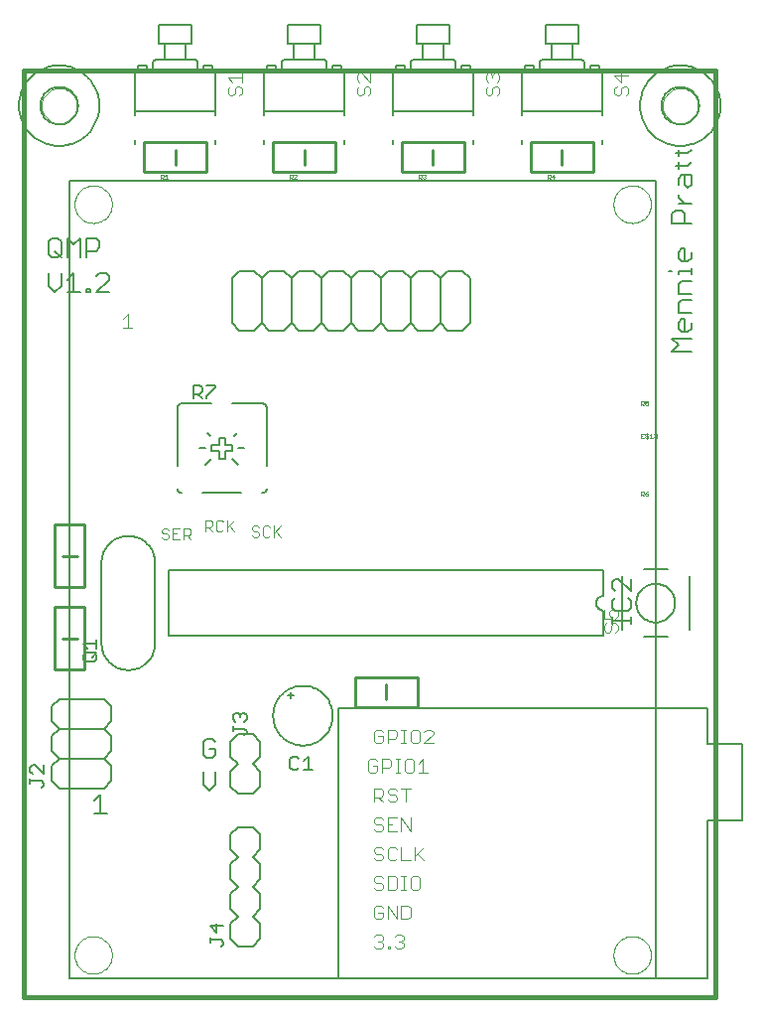
<source format=gto>
G75*
G70*
%OFA0B0*%
%FSLAX24Y24*%
%IPPOS*%
%LPD*%
%AMOC8*
5,1,8,0,0,1.08239X$1,22.5*
%
%ADD10C,0.0030*%
%ADD11C,0.0040*%
%ADD12C,0.0060*%
%ADD13C,0.0160*%
%ADD14C,0.0070*%
%ADD15C,0.0080*%
%ADD16C,0.0050*%
%ADD17C,0.0010*%
%ADD18C,0.0100*%
%ADD19C,0.0000*%
D10*
X005202Y015549D02*
X005140Y015611D01*
X005202Y015549D02*
X005325Y015549D01*
X005387Y015611D01*
X005387Y015673D01*
X005325Y015734D01*
X005202Y015734D01*
X005140Y015796D01*
X005140Y015858D01*
X005202Y015920D01*
X005325Y015920D01*
X005387Y015858D01*
X005509Y015920D02*
X005509Y015549D01*
X005755Y015549D01*
X005877Y015549D02*
X005877Y015920D01*
X006062Y015920D01*
X006124Y015858D01*
X006124Y015734D01*
X006062Y015673D01*
X005877Y015673D01*
X006000Y015673D02*
X006124Y015549D01*
X005755Y015920D02*
X005509Y015920D01*
X005509Y015734D02*
X005632Y015734D01*
X006597Y015825D02*
X006597Y016195D01*
X006782Y016195D01*
X006844Y016134D01*
X006844Y016010D01*
X006782Y015948D01*
X006597Y015948D01*
X006720Y015948D02*
X006844Y015825D01*
X006965Y015887D02*
X007027Y015825D01*
X007150Y015825D01*
X007212Y015887D01*
X007334Y015948D02*
X007580Y016195D01*
X007334Y016195D02*
X007334Y015825D01*
X007395Y016010D02*
X007580Y015825D01*
X007212Y016134D02*
X007150Y016195D01*
X007027Y016195D01*
X006965Y016134D01*
X006965Y015887D01*
X008172Y015875D02*
X008233Y015813D01*
X008357Y015813D01*
X008419Y015752D01*
X008419Y015690D01*
X008357Y015628D01*
X008233Y015628D01*
X008172Y015690D01*
X008172Y015875D02*
X008172Y015937D01*
X008233Y015998D01*
X008357Y015998D01*
X008419Y015937D01*
X008540Y015937D02*
X008540Y015690D01*
X008602Y015628D01*
X008725Y015628D01*
X008787Y015690D01*
X008908Y015752D02*
X009155Y015998D01*
X008908Y015998D02*
X008908Y015628D01*
X008970Y015813D02*
X009155Y015628D01*
X008787Y015937D02*
X008725Y015998D01*
X008602Y015998D01*
X008540Y015937D01*
D11*
X004153Y022641D02*
X003846Y022641D01*
X003999Y022641D02*
X003999Y023101D01*
X003846Y022948D01*
X007444Y030437D02*
X007367Y030513D01*
X007367Y030667D01*
X007444Y030744D01*
X007521Y030897D02*
X007367Y031051D01*
X007828Y031051D01*
X007828Y031204D02*
X007828Y030897D01*
X007751Y030744D02*
X007828Y030667D01*
X007828Y030513D01*
X007751Y030437D01*
X007597Y030513D02*
X007597Y030667D01*
X007674Y030744D01*
X007751Y030744D01*
X007597Y030513D02*
X007521Y030437D01*
X007444Y030437D01*
X011698Y030513D02*
X011775Y030437D01*
X011851Y030437D01*
X011928Y030513D01*
X011928Y030667D01*
X012005Y030744D01*
X012082Y030744D01*
X012158Y030667D01*
X012158Y030513D01*
X012082Y030437D01*
X011698Y030513D02*
X011698Y030667D01*
X011775Y030744D01*
X011775Y030897D02*
X011698Y030974D01*
X011698Y031127D01*
X011775Y031204D01*
X011851Y031204D01*
X012158Y030897D01*
X012158Y031204D01*
X016029Y031127D02*
X016105Y031204D01*
X016182Y031204D01*
X016259Y031127D01*
X016336Y031204D01*
X016412Y031204D01*
X016489Y031127D01*
X016489Y030974D01*
X016412Y030897D01*
X016412Y030744D02*
X016489Y030667D01*
X016489Y030513D01*
X016412Y030437D01*
X016259Y030513D02*
X016259Y030667D01*
X016336Y030744D01*
X016412Y030744D01*
X016259Y030513D02*
X016182Y030437D01*
X016105Y030437D01*
X016029Y030513D01*
X016029Y030667D01*
X016105Y030744D01*
X016105Y030897D02*
X016029Y030974D01*
X016029Y031127D01*
X016259Y031127D02*
X016259Y031051D01*
X020359Y031127D02*
X020590Y030897D01*
X020590Y031204D01*
X020820Y031127D02*
X020359Y031127D01*
X020436Y030744D02*
X020359Y030667D01*
X020359Y030513D01*
X020436Y030437D01*
X020513Y030437D01*
X020590Y030513D01*
X020590Y030667D01*
X020666Y030744D01*
X020743Y030744D01*
X020820Y030667D01*
X020820Y030513D01*
X020743Y030437D01*
X020393Y013196D02*
X020239Y013196D01*
X020162Y013119D01*
X020162Y013042D01*
X020239Y012889D01*
X020009Y012889D01*
X020009Y013196D01*
X020393Y013196D02*
X020469Y013119D01*
X020469Y012965D01*
X020393Y012889D01*
X020393Y012735D02*
X020316Y012735D01*
X020239Y012659D01*
X020239Y012505D01*
X020162Y012428D01*
X020086Y012428D01*
X020009Y012505D01*
X020009Y012659D01*
X020086Y012735D01*
X020393Y012735D02*
X020469Y012659D01*
X020469Y012505D01*
X020393Y012428D01*
X014266Y009088D02*
X014189Y009164D01*
X014036Y009164D01*
X013959Y009088D01*
X013806Y009088D02*
X013806Y008781D01*
X013729Y008704D01*
X013576Y008704D01*
X013499Y008781D01*
X013499Y009088D01*
X013576Y009164D01*
X013729Y009164D01*
X013806Y009088D01*
X013959Y008704D02*
X014266Y009011D01*
X014266Y009088D01*
X014266Y008704D02*
X013959Y008704D01*
X013916Y008180D02*
X013762Y008027D01*
X013609Y008103D02*
X013609Y007796D01*
X013532Y007720D01*
X013379Y007720D01*
X013302Y007796D01*
X013302Y008103D01*
X013379Y008180D01*
X013532Y008180D01*
X013609Y008103D01*
X013762Y007720D02*
X014069Y007720D01*
X013916Y007720D02*
X013916Y008180D01*
X013149Y008180D02*
X012995Y008180D01*
X013072Y008180D02*
X013072Y007720D01*
X012995Y007720D02*
X013149Y007720D01*
X012842Y007950D02*
X012765Y007873D01*
X012535Y007873D01*
X012535Y007720D02*
X012535Y008180D01*
X012765Y008180D01*
X012842Y008103D01*
X012842Y007950D01*
X012381Y007950D02*
X012381Y007796D01*
X012305Y007720D01*
X012151Y007720D01*
X012074Y007796D01*
X012074Y008103D01*
X012151Y008180D01*
X012305Y008180D01*
X012381Y008103D01*
X012381Y007950D02*
X012228Y007950D01*
X012348Y008704D02*
X012501Y008704D01*
X012578Y008781D01*
X012578Y008934D01*
X012425Y008934D01*
X012578Y009088D02*
X012501Y009164D01*
X012348Y009164D01*
X012271Y009088D01*
X012271Y008781D01*
X012348Y008704D01*
X012732Y008704D02*
X012732Y009164D01*
X012962Y009164D01*
X013039Y009088D01*
X013039Y008934D01*
X012962Y008857D01*
X012732Y008857D01*
X013192Y008704D02*
X013345Y008704D01*
X013269Y008704D02*
X013269Y009164D01*
X013345Y009164D02*
X013192Y009164D01*
X013192Y007196D02*
X013499Y007196D01*
X013345Y007196D02*
X013345Y006735D01*
X013039Y006812D02*
X012962Y006735D01*
X012808Y006735D01*
X012732Y006812D01*
X012808Y006966D02*
X012962Y006966D01*
X013039Y006889D01*
X013039Y006812D01*
X012808Y006966D02*
X012732Y007042D01*
X012732Y007119D01*
X012808Y007196D01*
X012962Y007196D01*
X013039Y007119D01*
X012578Y007119D02*
X012578Y006966D01*
X012501Y006889D01*
X012271Y006889D01*
X012271Y006735D02*
X012271Y007196D01*
X012501Y007196D01*
X012578Y007119D01*
X012425Y006889D02*
X012578Y006735D01*
X012501Y006212D02*
X012348Y006212D01*
X012271Y006135D01*
X012271Y006058D01*
X012348Y005981D01*
X012501Y005981D01*
X012578Y005905D01*
X012578Y005828D01*
X012501Y005751D01*
X012348Y005751D01*
X012271Y005828D01*
X012578Y006135D02*
X012501Y006212D01*
X012732Y006212D02*
X012732Y005751D01*
X013039Y005751D01*
X013192Y005751D02*
X013192Y006212D01*
X013499Y005751D01*
X013499Y006212D01*
X013039Y006212D02*
X012732Y006212D01*
X012732Y005981D02*
X012885Y005981D01*
X012808Y005227D02*
X012732Y005151D01*
X012732Y004844D01*
X012808Y004767D01*
X012962Y004767D01*
X013039Y004844D01*
X013192Y004767D02*
X013192Y005227D01*
X013039Y005151D02*
X012962Y005227D01*
X012808Y005227D01*
X012578Y005151D02*
X012501Y005227D01*
X012348Y005227D01*
X012271Y005151D01*
X012271Y005074D01*
X012348Y004997D01*
X012501Y004997D01*
X012578Y004920D01*
X012578Y004844D01*
X012501Y004767D01*
X012348Y004767D01*
X012271Y004844D01*
X012348Y004243D02*
X012271Y004166D01*
X012271Y004090D01*
X012348Y004013D01*
X012501Y004013D01*
X012578Y003936D01*
X012578Y003859D01*
X012501Y003783D01*
X012348Y003783D01*
X012271Y003859D01*
X012348Y004243D02*
X012501Y004243D01*
X012578Y004166D01*
X012732Y004243D02*
X012732Y003783D01*
X012962Y003783D01*
X013039Y003859D01*
X013039Y004166D01*
X012962Y004243D01*
X012732Y004243D01*
X013192Y004243D02*
X013345Y004243D01*
X013269Y004243D02*
X013269Y003783D01*
X013345Y003783D02*
X013192Y003783D01*
X013499Y003859D02*
X013499Y004166D01*
X013576Y004243D01*
X013729Y004243D01*
X013806Y004166D01*
X013806Y003859D01*
X013729Y003783D01*
X013576Y003783D01*
X013499Y003859D01*
X013422Y003259D02*
X013192Y003259D01*
X013192Y002798D01*
X013422Y002798D01*
X013499Y002875D01*
X013499Y003182D01*
X013422Y003259D01*
X013039Y003259D02*
X013039Y002798D01*
X012732Y003259D01*
X012732Y002798D01*
X012578Y002875D02*
X012578Y003029D01*
X012425Y003029D01*
X012578Y003182D02*
X012501Y003259D01*
X012348Y003259D01*
X012271Y003182D01*
X012271Y002875D01*
X012348Y002798D01*
X012501Y002798D01*
X012578Y002875D01*
X012501Y002275D02*
X012348Y002275D01*
X012271Y002198D01*
X012425Y002044D02*
X012501Y002044D01*
X012578Y001968D01*
X012578Y001891D01*
X012501Y001814D01*
X012348Y001814D01*
X012271Y001891D01*
X012501Y002044D02*
X012578Y002121D01*
X012578Y002198D01*
X012501Y002275D01*
X012732Y001891D02*
X012808Y001891D01*
X012808Y001814D01*
X012732Y001814D01*
X012732Y001891D01*
X012962Y001891D02*
X013039Y001814D01*
X013192Y001814D01*
X013269Y001891D01*
X013269Y001968D01*
X013192Y002044D01*
X013115Y002044D01*
X013192Y002044D02*
X013269Y002121D01*
X013269Y002198D01*
X013192Y002275D01*
X013039Y002275D01*
X012962Y002198D01*
X013192Y004767D02*
X013499Y004767D01*
X013652Y004767D02*
X013652Y005227D01*
X013729Y004997D02*
X013959Y004767D01*
X013652Y004920D02*
X013959Y005227D01*
D12*
X008889Y009629D02*
X008891Y009692D01*
X008897Y009754D01*
X008907Y009816D01*
X008920Y009878D01*
X008938Y009938D01*
X008959Y009997D01*
X008984Y010055D01*
X009013Y010111D01*
X009045Y010165D01*
X009080Y010217D01*
X009118Y010266D01*
X009160Y010314D01*
X009204Y010358D01*
X009252Y010400D01*
X009301Y010438D01*
X009353Y010473D01*
X009407Y010505D01*
X009463Y010534D01*
X009521Y010559D01*
X009580Y010580D01*
X009640Y010598D01*
X009702Y010611D01*
X009764Y010621D01*
X009826Y010627D01*
X009889Y010629D01*
X009952Y010627D01*
X010014Y010621D01*
X010076Y010611D01*
X010138Y010598D01*
X010198Y010580D01*
X010257Y010559D01*
X010315Y010534D01*
X010371Y010505D01*
X010425Y010473D01*
X010477Y010438D01*
X010526Y010400D01*
X010574Y010358D01*
X010618Y010314D01*
X010660Y010266D01*
X010698Y010217D01*
X010733Y010165D01*
X010765Y010111D01*
X010794Y010055D01*
X010819Y009997D01*
X010840Y009938D01*
X010858Y009878D01*
X010871Y009816D01*
X010881Y009754D01*
X010887Y009692D01*
X010889Y009629D01*
X010887Y009566D01*
X010881Y009504D01*
X010871Y009442D01*
X010858Y009380D01*
X010840Y009320D01*
X010819Y009261D01*
X010794Y009203D01*
X010765Y009147D01*
X010733Y009093D01*
X010698Y009041D01*
X010660Y008992D01*
X010618Y008944D01*
X010574Y008900D01*
X010526Y008858D01*
X010477Y008820D01*
X010425Y008785D01*
X010371Y008753D01*
X010315Y008724D01*
X010257Y008699D01*
X010198Y008678D01*
X010138Y008660D01*
X010076Y008647D01*
X010014Y008637D01*
X009952Y008631D01*
X009889Y008629D01*
X009826Y008631D01*
X009764Y008637D01*
X009702Y008647D01*
X009640Y008660D01*
X009580Y008678D01*
X009521Y008699D01*
X009463Y008724D01*
X009407Y008753D01*
X009353Y008785D01*
X009301Y008820D01*
X009252Y008858D01*
X009204Y008900D01*
X009160Y008944D01*
X009118Y008992D01*
X009080Y009041D01*
X009045Y009093D01*
X009013Y009147D01*
X008984Y009203D01*
X008959Y009261D01*
X008938Y009320D01*
X008920Y009380D01*
X008907Y009442D01*
X008897Y009504D01*
X008891Y009566D01*
X008889Y009629D01*
X009389Y010329D02*
X009589Y010329D01*
X009489Y010229D02*
X009489Y010429D01*
X006960Y008736D02*
X006853Y008843D01*
X006640Y008843D01*
X006533Y008736D01*
X006533Y008309D01*
X006640Y008202D01*
X006853Y008202D01*
X006960Y008309D01*
X006960Y008522D01*
X006747Y008522D01*
X006960Y007740D02*
X006960Y007313D01*
X006747Y007100D01*
X006533Y007313D01*
X006533Y007740D01*
X003448Y007934D02*
X003448Y007434D01*
X003198Y007184D01*
X001698Y007184D01*
X001448Y007434D01*
X001448Y007934D01*
X001698Y008184D01*
X003198Y008184D01*
X003448Y008434D01*
X003448Y008934D01*
X003198Y009184D01*
X003448Y009434D01*
X003448Y009934D01*
X003198Y010184D01*
X001698Y010184D01*
X001448Y009934D01*
X001448Y009434D01*
X001698Y009184D01*
X003198Y009184D01*
X003198Y008184D02*
X003448Y007934D01*
X003085Y006992D02*
X003085Y006352D01*
X002872Y006352D02*
X003299Y006352D01*
X002872Y006779D02*
X003085Y006992D01*
X001698Y008184D02*
X001448Y008434D01*
X001448Y008934D01*
X001698Y009184D01*
X005384Y012308D02*
X005384Y014508D01*
X019984Y014508D01*
X019984Y013658D01*
X019954Y013656D01*
X019924Y013651D01*
X019895Y013642D01*
X019868Y013629D01*
X019842Y013614D01*
X019818Y013595D01*
X019797Y013574D01*
X019778Y013550D01*
X019763Y013524D01*
X019750Y013497D01*
X019741Y013468D01*
X019736Y013438D01*
X019734Y013408D01*
X019736Y013378D01*
X019741Y013348D01*
X019750Y013319D01*
X019763Y013292D01*
X019778Y013266D01*
X019797Y013242D01*
X019818Y013221D01*
X019842Y013202D01*
X019868Y013187D01*
X019895Y013174D01*
X019924Y013165D01*
X019954Y013160D01*
X019984Y013158D01*
X019984Y012308D01*
X005384Y012308D01*
X006522Y017105D02*
X007822Y017105D01*
X008522Y017105D02*
X008545Y017107D01*
X008568Y017112D01*
X008590Y017121D01*
X008610Y017134D01*
X008628Y017149D01*
X008643Y017167D01*
X008656Y017187D01*
X008665Y017209D01*
X008670Y017232D01*
X008672Y017255D01*
X008672Y018005D02*
X008672Y019955D01*
X008670Y019978D01*
X008665Y020001D01*
X008656Y020023D01*
X008643Y020043D01*
X008628Y020061D01*
X008610Y020076D01*
X008590Y020089D01*
X008568Y020098D01*
X008545Y020103D01*
X008522Y020105D01*
X007522Y020105D01*
X006822Y020105D02*
X005822Y020105D01*
X005799Y020103D01*
X005776Y020098D01*
X005754Y020089D01*
X005734Y020076D01*
X005716Y020061D01*
X005701Y020043D01*
X005688Y020023D01*
X005679Y020001D01*
X005674Y019978D01*
X005672Y019955D01*
X005672Y018005D01*
X005672Y017255D02*
X005674Y017232D01*
X005679Y017209D01*
X005688Y017187D01*
X005701Y017167D01*
X005716Y017149D01*
X005734Y017134D01*
X005754Y017121D01*
X005776Y017112D01*
X005799Y017107D01*
X005822Y017105D01*
X006622Y018055D02*
X006822Y018255D01*
X006822Y018505D02*
X006822Y018705D01*
X007072Y018705D01*
X007072Y018955D01*
X007272Y018955D01*
X007272Y018705D01*
X007522Y018705D01*
X007522Y018505D01*
X007272Y018505D01*
X007272Y018255D01*
X007072Y018255D01*
X007072Y018505D01*
X006822Y018505D01*
X006622Y018605D02*
X006422Y018605D01*
X006772Y019005D02*
X006672Y019105D01*
X007572Y019005D02*
X007672Y019105D01*
X007722Y018605D02*
X007922Y018605D01*
X007522Y018255D02*
X007722Y018055D01*
X007749Y022554D02*
X008249Y022554D01*
X008499Y022804D01*
X008499Y024304D01*
X008749Y024554D01*
X009249Y024554D01*
X009499Y024304D01*
X009499Y022804D01*
X009749Y022554D01*
X010249Y022554D01*
X010499Y022804D01*
X010499Y024304D01*
X010749Y024554D01*
X011249Y024554D01*
X011499Y024304D01*
X011499Y022804D01*
X011749Y022554D01*
X012249Y022554D01*
X012499Y022804D01*
X012499Y024304D01*
X012749Y024554D01*
X013249Y024554D01*
X013499Y024304D01*
X013499Y022804D01*
X013749Y022554D01*
X014249Y022554D01*
X014499Y022804D01*
X014499Y024304D01*
X014749Y024554D01*
X015249Y024554D01*
X015499Y024304D01*
X015499Y022804D01*
X015249Y022554D01*
X014749Y022554D01*
X014499Y022804D01*
X013499Y022804D02*
X013249Y022554D01*
X012749Y022554D01*
X012499Y022804D01*
X011499Y022804D02*
X011249Y022554D01*
X010749Y022554D01*
X010499Y022804D01*
X009499Y022804D02*
X009249Y022554D01*
X008749Y022554D01*
X008499Y022804D01*
X007749Y022554D02*
X007499Y022804D01*
X007499Y024304D01*
X007749Y024554D01*
X008249Y024554D01*
X008499Y024304D01*
X009499Y024304D02*
X009749Y024554D01*
X010249Y024554D01*
X010499Y024304D01*
X011499Y024304D02*
X011749Y024554D01*
X012249Y024554D01*
X012499Y024304D01*
X013499Y024304D02*
X013749Y024554D01*
X014249Y024554D01*
X014499Y024304D01*
X022183Y024548D02*
X022289Y024548D01*
X022503Y024548D02*
X022930Y024548D01*
X022930Y024442D02*
X022930Y024655D01*
X022823Y024871D02*
X022610Y024871D01*
X022503Y024978D01*
X022503Y025192D01*
X022610Y025298D01*
X022716Y025298D01*
X022716Y024871D01*
X022823Y024871D02*
X022930Y024978D01*
X022930Y025192D01*
X022503Y024548D02*
X022503Y024442D01*
X022610Y024224D02*
X022503Y024117D01*
X022503Y023797D01*
X022930Y023797D01*
X022930Y023580D02*
X022610Y023580D01*
X022503Y023473D01*
X022503Y023153D01*
X022930Y023153D01*
X022716Y022935D02*
X022716Y022508D01*
X022610Y022508D02*
X022503Y022615D01*
X022503Y022828D01*
X022610Y022935D01*
X022716Y022935D01*
X022930Y022828D02*
X022930Y022615D01*
X022823Y022508D01*
X022610Y022508D01*
X022930Y022291D02*
X022289Y022291D01*
X022503Y022077D01*
X022289Y021864D01*
X022930Y021864D01*
X022930Y024224D02*
X022610Y024224D01*
X022716Y026161D02*
X022716Y026481D01*
X022610Y026588D01*
X022396Y026588D01*
X022289Y026481D01*
X022289Y026161D01*
X022930Y026161D01*
X022930Y026805D02*
X022503Y026805D01*
X022716Y026805D02*
X022503Y027019D01*
X022503Y027125D01*
X022503Y027449D02*
X022503Y027662D01*
X022610Y027769D01*
X022930Y027769D01*
X022930Y027449D01*
X022823Y027342D01*
X022716Y027449D01*
X022716Y027769D01*
X022503Y027987D02*
X022503Y028200D01*
X022396Y028094D02*
X022823Y028094D01*
X022930Y028200D01*
X022823Y028523D02*
X022930Y028630D01*
X022823Y028523D02*
X022396Y028523D01*
X022503Y028416D02*
X022503Y028630D01*
X021216Y030101D02*
X021218Y030174D01*
X021224Y030247D01*
X021234Y030319D01*
X021248Y030391D01*
X021265Y030462D01*
X021287Y030532D01*
X021312Y030601D01*
X021341Y030668D01*
X021373Y030733D01*
X021409Y030797D01*
X021449Y030859D01*
X021491Y030918D01*
X021537Y030975D01*
X021586Y031029D01*
X021638Y031081D01*
X021692Y031130D01*
X021749Y031176D01*
X021808Y031218D01*
X021870Y031258D01*
X021934Y031294D01*
X021999Y031326D01*
X022066Y031355D01*
X022135Y031380D01*
X022205Y031402D01*
X022276Y031419D01*
X022348Y031433D01*
X022420Y031443D01*
X022493Y031449D01*
X022566Y031451D01*
X022639Y031449D01*
X022712Y031443D01*
X022784Y031433D01*
X022856Y031419D01*
X022927Y031402D01*
X022997Y031380D01*
X023066Y031355D01*
X023133Y031326D01*
X023198Y031294D01*
X023262Y031258D01*
X023324Y031218D01*
X023383Y031176D01*
X023440Y031130D01*
X023494Y031081D01*
X023546Y031029D01*
X023595Y030975D01*
X023641Y030918D01*
X023683Y030859D01*
X023723Y030797D01*
X023759Y030733D01*
X023791Y030668D01*
X023820Y030601D01*
X023845Y030532D01*
X023867Y030462D01*
X023884Y030391D01*
X023898Y030319D01*
X023908Y030247D01*
X023914Y030174D01*
X023916Y030101D01*
X023914Y030028D01*
X023908Y029955D01*
X023898Y029883D01*
X023884Y029811D01*
X023867Y029740D01*
X023845Y029670D01*
X023820Y029601D01*
X023791Y029534D01*
X023759Y029469D01*
X023723Y029405D01*
X023683Y029343D01*
X023641Y029284D01*
X023595Y029227D01*
X023546Y029173D01*
X023494Y029121D01*
X023440Y029072D01*
X023383Y029026D01*
X023324Y028984D01*
X023262Y028944D01*
X023198Y028908D01*
X023133Y028876D01*
X023066Y028847D01*
X022997Y028822D01*
X022927Y028800D01*
X022856Y028783D01*
X022784Y028769D01*
X022712Y028759D01*
X022639Y028753D01*
X022566Y028751D01*
X022493Y028753D01*
X022420Y028759D01*
X022348Y028769D01*
X022276Y028783D01*
X022205Y028800D01*
X022135Y028822D01*
X022066Y028847D01*
X021999Y028876D01*
X021934Y028908D01*
X021870Y028944D01*
X021808Y028984D01*
X021749Y029026D01*
X021692Y029072D01*
X021638Y029121D01*
X021586Y029173D01*
X021537Y029227D01*
X021491Y029284D01*
X021449Y029343D01*
X021409Y029405D01*
X021373Y029469D01*
X021341Y029534D01*
X021312Y029601D01*
X021287Y029670D01*
X021265Y029740D01*
X021248Y029811D01*
X021234Y029883D01*
X021224Y029955D01*
X021218Y030028D01*
X021216Y030101D01*
X003375Y024366D02*
X003268Y024473D01*
X003054Y024473D01*
X002948Y024366D01*
X003375Y024259D02*
X002948Y023832D01*
X003375Y023832D01*
X003375Y024259D02*
X003375Y024366D01*
X002732Y023939D02*
X002732Y023832D01*
X002625Y023832D01*
X002625Y023939D01*
X002732Y023939D01*
X002408Y023832D02*
X001981Y023832D01*
X002194Y023832D02*
X002194Y024473D01*
X001981Y024259D01*
X001763Y024046D02*
X001763Y024473D01*
X001763Y024046D02*
X001550Y023832D01*
X001336Y024046D01*
X001336Y024473D01*
X001443Y025013D02*
X001336Y025120D01*
X001336Y025547D01*
X001443Y025654D01*
X001657Y025654D01*
X001763Y025547D01*
X001763Y025120D01*
X001657Y025013D01*
X001443Y025013D01*
X001550Y025227D02*
X001763Y025013D01*
X001981Y025013D02*
X001981Y025654D01*
X002194Y025440D01*
X002408Y025654D01*
X002408Y025013D01*
X002625Y025013D02*
X002625Y025654D01*
X002946Y025654D01*
X003052Y025547D01*
X003052Y025333D01*
X002946Y025227D01*
X002625Y025227D01*
X000350Y030101D02*
X000352Y030174D01*
X000358Y030247D01*
X000368Y030319D01*
X000382Y030391D01*
X000399Y030462D01*
X000421Y030532D01*
X000446Y030601D01*
X000475Y030668D01*
X000507Y030733D01*
X000543Y030797D01*
X000583Y030859D01*
X000625Y030918D01*
X000671Y030975D01*
X000720Y031029D01*
X000772Y031081D01*
X000826Y031130D01*
X000883Y031176D01*
X000942Y031218D01*
X001004Y031258D01*
X001068Y031294D01*
X001133Y031326D01*
X001200Y031355D01*
X001269Y031380D01*
X001339Y031402D01*
X001410Y031419D01*
X001482Y031433D01*
X001554Y031443D01*
X001627Y031449D01*
X001700Y031451D01*
X001773Y031449D01*
X001846Y031443D01*
X001918Y031433D01*
X001990Y031419D01*
X002061Y031402D01*
X002131Y031380D01*
X002200Y031355D01*
X002267Y031326D01*
X002332Y031294D01*
X002396Y031258D01*
X002458Y031218D01*
X002517Y031176D01*
X002574Y031130D01*
X002628Y031081D01*
X002680Y031029D01*
X002729Y030975D01*
X002775Y030918D01*
X002817Y030859D01*
X002857Y030797D01*
X002893Y030733D01*
X002925Y030668D01*
X002954Y030601D01*
X002979Y030532D01*
X003001Y030462D01*
X003018Y030391D01*
X003032Y030319D01*
X003042Y030247D01*
X003048Y030174D01*
X003050Y030101D01*
X003048Y030028D01*
X003042Y029955D01*
X003032Y029883D01*
X003018Y029811D01*
X003001Y029740D01*
X002979Y029670D01*
X002954Y029601D01*
X002925Y029534D01*
X002893Y029469D01*
X002857Y029405D01*
X002817Y029343D01*
X002775Y029284D01*
X002729Y029227D01*
X002680Y029173D01*
X002628Y029121D01*
X002574Y029072D01*
X002517Y029026D01*
X002458Y028984D01*
X002396Y028944D01*
X002332Y028908D01*
X002267Y028876D01*
X002200Y028847D01*
X002131Y028822D01*
X002061Y028800D01*
X001990Y028783D01*
X001918Y028769D01*
X001846Y028759D01*
X001773Y028753D01*
X001700Y028751D01*
X001627Y028753D01*
X001554Y028759D01*
X001482Y028769D01*
X001410Y028783D01*
X001339Y028800D01*
X001269Y028822D01*
X001200Y028847D01*
X001133Y028876D01*
X001068Y028908D01*
X001004Y028944D01*
X000942Y028984D01*
X000883Y029026D01*
X000826Y029072D01*
X000772Y029121D01*
X000720Y029173D01*
X000671Y029227D01*
X000625Y029284D01*
X000583Y029343D01*
X000543Y029405D01*
X000507Y029469D01*
X000475Y029534D01*
X000446Y029601D01*
X000421Y029670D01*
X000399Y029740D01*
X000382Y029811D01*
X000368Y029883D01*
X000358Y029955D01*
X000352Y030028D01*
X000350Y030101D01*
D13*
X000519Y000180D02*
X023747Y000180D01*
X023747Y031282D01*
X000519Y031282D01*
X000519Y000180D01*
D14*
X020279Y012725D02*
X020279Y012935D01*
X020279Y012830D02*
X020909Y012830D01*
X020909Y012725D02*
X020909Y012935D01*
X020804Y013154D02*
X020909Y013259D01*
X020909Y013470D01*
X020804Y013575D01*
X020909Y013799D02*
X020489Y014219D01*
X020384Y014219D01*
X020279Y014114D01*
X020279Y013904D01*
X020384Y013799D01*
X020384Y013575D02*
X020279Y013470D01*
X020279Y013259D01*
X020384Y013154D01*
X020804Y013154D01*
X020909Y013799D02*
X020909Y014219D01*
D15*
X020598Y014300D02*
X020598Y012517D01*
X021348Y012267D02*
X022131Y012267D01*
X022881Y012517D02*
X022881Y014300D01*
X022131Y014550D02*
X021348Y014550D01*
X021089Y013408D02*
X021091Y013458D01*
X021097Y013508D01*
X021107Y013558D01*
X021120Y013606D01*
X021137Y013654D01*
X021158Y013700D01*
X021182Y013744D01*
X021210Y013786D01*
X021241Y013826D01*
X021275Y013863D01*
X021312Y013898D01*
X021351Y013929D01*
X021392Y013958D01*
X021436Y013983D01*
X021482Y014005D01*
X021529Y014023D01*
X021577Y014037D01*
X021626Y014048D01*
X021676Y014055D01*
X021726Y014058D01*
X021777Y014057D01*
X021827Y014052D01*
X021877Y014043D01*
X021925Y014031D01*
X021973Y014014D01*
X022019Y013994D01*
X022064Y013971D01*
X022107Y013944D01*
X022147Y013914D01*
X022185Y013881D01*
X022220Y013845D01*
X022253Y013806D01*
X022282Y013765D01*
X022308Y013722D01*
X022331Y013677D01*
X022350Y013630D01*
X022365Y013582D01*
X022377Y013533D01*
X022385Y013483D01*
X022389Y013433D01*
X022389Y013383D01*
X022385Y013333D01*
X022377Y013283D01*
X022365Y013234D01*
X022350Y013186D01*
X022331Y013139D01*
X022308Y013094D01*
X022282Y013051D01*
X022253Y013010D01*
X022220Y012971D01*
X022185Y012935D01*
X022147Y012902D01*
X022107Y012872D01*
X022064Y012845D01*
X022019Y012822D01*
X021973Y012802D01*
X021925Y012785D01*
X021877Y012773D01*
X021827Y012764D01*
X021777Y012759D01*
X021726Y012758D01*
X021676Y012761D01*
X021626Y012768D01*
X021577Y012779D01*
X021529Y012793D01*
X021482Y012811D01*
X021436Y012833D01*
X021392Y012858D01*
X021351Y012887D01*
X021312Y012918D01*
X021275Y012953D01*
X021241Y012990D01*
X021210Y013030D01*
X021182Y013072D01*
X021158Y013116D01*
X021137Y013162D01*
X021120Y013210D01*
X021107Y013258D01*
X021097Y013308D01*
X021091Y013358D01*
X021089Y013408D01*
X019948Y028802D02*
X019948Y028940D01*
X019948Y029786D02*
X019948Y029924D01*
X017231Y029924D01*
X017231Y029786D01*
X017231Y029924D02*
X017231Y031302D01*
X019948Y031302D01*
X019948Y029924D01*
X019830Y031341D02*
X019830Y031460D01*
X019535Y031460D01*
X019535Y031341D01*
X019338Y031341D02*
X019338Y031578D01*
X019259Y031656D01*
X018944Y031656D01*
X018944Y032168D01*
X018235Y032168D01*
X018235Y031656D01*
X017920Y031656D01*
X017842Y031578D01*
X017842Y031341D01*
X017645Y031341D02*
X017645Y031460D01*
X017350Y031460D01*
X017350Y031341D01*
X018039Y032168D02*
X018235Y032168D01*
X018039Y032168D02*
X018039Y032798D01*
X019141Y032798D01*
X019141Y032168D01*
X018944Y032168D01*
X018944Y031656D02*
X018235Y031656D01*
X017231Y028940D02*
X017231Y028802D01*
X015617Y028802D02*
X015617Y028940D01*
X015617Y029786D02*
X015617Y029924D01*
X012901Y029924D01*
X012901Y029786D01*
X012901Y029924D02*
X012901Y031302D01*
X015617Y031302D01*
X015617Y029924D01*
X015499Y031341D02*
X015499Y031460D01*
X015204Y031460D01*
X015204Y031341D01*
X015007Y031341D02*
X015007Y031578D01*
X014928Y031656D01*
X014613Y031656D01*
X014613Y032168D01*
X013905Y032168D01*
X013905Y031656D01*
X013590Y031656D01*
X013511Y031578D01*
X013511Y031341D01*
X013314Y031341D02*
X013314Y031460D01*
X013019Y031460D01*
X013019Y031341D01*
X013708Y032168D02*
X013905Y032168D01*
X013708Y032168D02*
X013708Y032798D01*
X014810Y032798D01*
X014810Y032168D01*
X014613Y032168D01*
X014613Y031656D02*
X013905Y031656D01*
X012901Y028940D02*
X012901Y028802D01*
X011287Y028802D02*
X011287Y028940D01*
X011287Y029786D02*
X011287Y029924D01*
X008570Y029924D01*
X008570Y029786D01*
X008570Y029924D02*
X008570Y031302D01*
X011287Y031302D01*
X011287Y029924D01*
X011169Y031341D02*
X011169Y031460D01*
X010873Y031460D01*
X010873Y031341D01*
X010676Y031341D02*
X010676Y031578D01*
X010598Y031656D01*
X010283Y031656D01*
X010283Y032168D01*
X009574Y032168D01*
X009574Y031656D01*
X009259Y031656D01*
X009180Y031578D01*
X009180Y031341D01*
X008983Y031341D02*
X008983Y031460D01*
X008688Y031460D01*
X008688Y031341D01*
X009377Y032168D02*
X009574Y032168D01*
X009377Y032168D02*
X009377Y032798D01*
X010480Y032798D01*
X010480Y032168D01*
X010283Y032168D01*
X010283Y031656D02*
X009574Y031656D01*
X008570Y028940D02*
X008570Y028802D01*
X006956Y028802D02*
X006956Y028940D01*
X006956Y029786D02*
X006956Y029924D01*
X004239Y029924D01*
X004239Y029786D01*
X004239Y029924D02*
X004239Y031302D01*
X006956Y031302D01*
X006956Y029924D01*
X006838Y031341D02*
X006838Y031460D01*
X006543Y031460D01*
X006543Y031341D01*
X006346Y031341D02*
X006346Y031578D01*
X006267Y031656D01*
X005952Y031656D01*
X005952Y032168D01*
X005243Y032168D01*
X005243Y031656D01*
X004928Y031656D01*
X004850Y031578D01*
X004850Y031341D01*
X004653Y031341D02*
X004653Y031460D01*
X004357Y031460D01*
X004357Y031341D01*
X005046Y032168D02*
X005243Y032168D01*
X005046Y032168D02*
X005046Y032798D01*
X006149Y032798D01*
X006149Y032168D01*
X005952Y032168D01*
X005952Y031656D02*
X005243Y031656D01*
X004239Y028940D02*
X004239Y028802D01*
X001070Y030101D02*
X001072Y030151D01*
X001078Y030201D01*
X001088Y030250D01*
X001102Y030298D01*
X001119Y030345D01*
X001140Y030390D01*
X001165Y030434D01*
X001193Y030475D01*
X001225Y030514D01*
X001259Y030551D01*
X001296Y030585D01*
X001336Y030615D01*
X001378Y030642D01*
X001422Y030666D01*
X001468Y030687D01*
X001515Y030703D01*
X001563Y030716D01*
X001613Y030725D01*
X001662Y030730D01*
X001713Y030731D01*
X001763Y030728D01*
X001812Y030721D01*
X001861Y030710D01*
X001909Y030695D01*
X001955Y030677D01*
X002000Y030655D01*
X002043Y030629D01*
X002084Y030600D01*
X002123Y030568D01*
X002159Y030533D01*
X002191Y030495D01*
X002221Y030455D01*
X002248Y030412D01*
X002271Y030368D01*
X002290Y030322D01*
X002306Y030274D01*
X002318Y030225D01*
X002326Y030176D01*
X002330Y030126D01*
X002330Y030076D01*
X002326Y030026D01*
X002318Y029977D01*
X002306Y029928D01*
X002290Y029880D01*
X002271Y029834D01*
X002248Y029790D01*
X002221Y029747D01*
X002191Y029707D01*
X002159Y029669D01*
X002123Y029634D01*
X002084Y029602D01*
X002043Y029573D01*
X002000Y029547D01*
X001955Y029525D01*
X001909Y029507D01*
X001861Y029492D01*
X001812Y029481D01*
X001763Y029474D01*
X001713Y029471D01*
X001662Y029472D01*
X001613Y029477D01*
X001563Y029486D01*
X001515Y029499D01*
X001468Y029515D01*
X001422Y029536D01*
X001378Y029560D01*
X001336Y029587D01*
X001296Y029617D01*
X001259Y029651D01*
X001225Y029688D01*
X001193Y029727D01*
X001165Y029768D01*
X001140Y029812D01*
X001119Y029857D01*
X001102Y029904D01*
X001088Y029952D01*
X001078Y030001D01*
X001072Y030051D01*
X001070Y030101D01*
X003123Y014758D02*
X003123Y012058D01*
X003125Y011999D01*
X003131Y011941D01*
X003140Y011882D01*
X003154Y011825D01*
X003171Y011769D01*
X003192Y011714D01*
X003216Y011660D01*
X003244Y011608D01*
X003275Y011558D01*
X003309Y011510D01*
X003346Y011465D01*
X003387Y011422D01*
X003430Y011381D01*
X003475Y011344D01*
X003523Y011310D01*
X003573Y011279D01*
X003625Y011251D01*
X003679Y011227D01*
X003734Y011206D01*
X003790Y011189D01*
X003847Y011175D01*
X003906Y011166D01*
X003964Y011160D01*
X004023Y011158D01*
X004082Y011160D01*
X004140Y011166D01*
X004199Y011175D01*
X004256Y011189D01*
X004312Y011206D01*
X004367Y011227D01*
X004421Y011251D01*
X004473Y011279D01*
X004523Y011310D01*
X004571Y011344D01*
X004616Y011381D01*
X004659Y011422D01*
X004700Y011465D01*
X004737Y011510D01*
X004771Y011558D01*
X004802Y011608D01*
X004830Y011660D01*
X004854Y011714D01*
X004875Y011769D01*
X004892Y011825D01*
X004906Y011882D01*
X004915Y011941D01*
X004921Y011999D01*
X004923Y012058D01*
X004923Y014758D01*
X004921Y014817D01*
X004915Y014875D01*
X004906Y014934D01*
X004892Y014991D01*
X004875Y015047D01*
X004854Y015102D01*
X004830Y015156D01*
X004802Y015208D01*
X004771Y015258D01*
X004737Y015306D01*
X004700Y015351D01*
X004659Y015394D01*
X004616Y015435D01*
X004571Y015472D01*
X004523Y015506D01*
X004473Y015537D01*
X004421Y015565D01*
X004367Y015589D01*
X004312Y015610D01*
X004256Y015627D01*
X004199Y015641D01*
X004140Y015650D01*
X004082Y015656D01*
X004023Y015658D01*
X003964Y015656D01*
X003906Y015650D01*
X003847Y015641D01*
X003790Y015627D01*
X003734Y015610D01*
X003679Y015589D01*
X003625Y015565D01*
X003573Y015537D01*
X003523Y015506D01*
X003475Y015472D01*
X003430Y015435D01*
X003387Y015394D01*
X003346Y015351D01*
X003309Y015306D01*
X003275Y015258D01*
X003244Y015208D01*
X003216Y015156D01*
X003192Y015102D01*
X003171Y015047D01*
X003154Y014991D01*
X003140Y014934D01*
X003131Y014875D01*
X003125Y014817D01*
X003123Y014758D01*
X007710Y009003D02*
X007460Y008753D01*
X007460Y008253D01*
X007710Y008003D01*
X007460Y007753D01*
X007460Y007253D01*
X007710Y007003D01*
X008210Y007003D01*
X008460Y007253D01*
X008460Y007753D01*
X008210Y008003D01*
X008460Y008253D01*
X008460Y008753D01*
X008210Y009003D01*
X007710Y009003D01*
X007710Y005885D02*
X007460Y005635D01*
X007460Y005135D01*
X007710Y004885D01*
X007460Y004635D01*
X007460Y004135D01*
X007710Y003885D01*
X007460Y003635D01*
X007460Y003135D01*
X007710Y002885D01*
X007460Y002635D01*
X007460Y002135D01*
X007710Y001885D01*
X008210Y001885D01*
X008460Y002135D01*
X008460Y002635D01*
X008210Y002885D01*
X008460Y003135D01*
X008460Y003635D01*
X008210Y003885D01*
X008460Y004135D01*
X008460Y004635D01*
X008210Y004885D01*
X008460Y005135D01*
X008460Y005635D01*
X008210Y005885D01*
X007710Y005885D01*
X021936Y030101D02*
X021938Y030151D01*
X021944Y030201D01*
X021954Y030250D01*
X021968Y030298D01*
X021985Y030345D01*
X022006Y030390D01*
X022031Y030434D01*
X022059Y030475D01*
X022091Y030514D01*
X022125Y030551D01*
X022162Y030585D01*
X022202Y030615D01*
X022244Y030642D01*
X022288Y030666D01*
X022334Y030687D01*
X022381Y030703D01*
X022429Y030716D01*
X022479Y030725D01*
X022528Y030730D01*
X022579Y030731D01*
X022629Y030728D01*
X022678Y030721D01*
X022727Y030710D01*
X022775Y030695D01*
X022821Y030677D01*
X022866Y030655D01*
X022909Y030629D01*
X022950Y030600D01*
X022989Y030568D01*
X023025Y030533D01*
X023057Y030495D01*
X023087Y030455D01*
X023114Y030412D01*
X023137Y030368D01*
X023156Y030322D01*
X023172Y030274D01*
X023184Y030225D01*
X023192Y030176D01*
X023196Y030126D01*
X023196Y030076D01*
X023192Y030026D01*
X023184Y029977D01*
X023172Y029928D01*
X023156Y029880D01*
X023137Y029834D01*
X023114Y029790D01*
X023087Y029747D01*
X023057Y029707D01*
X023025Y029669D01*
X022989Y029634D01*
X022950Y029602D01*
X022909Y029573D01*
X022866Y029547D01*
X022821Y029525D01*
X022775Y029507D01*
X022727Y029492D01*
X022678Y029481D01*
X022629Y029474D01*
X022579Y029471D01*
X022528Y029472D01*
X022479Y029477D01*
X022429Y029486D01*
X022381Y029499D01*
X022334Y029515D01*
X022288Y029536D01*
X022244Y029560D01*
X022202Y029587D01*
X022162Y029617D01*
X022125Y029651D01*
X022091Y029688D01*
X022059Y029727D01*
X022031Y029768D01*
X022006Y029812D01*
X021985Y029857D01*
X021968Y029904D01*
X021954Y029952D01*
X021944Y030001D01*
X021938Y030051D01*
X021936Y030101D01*
D16*
X021739Y027582D02*
X011897Y027582D01*
X002054Y027582D01*
X002054Y000810D01*
X021739Y000810D01*
X021739Y027582D01*
X023472Y009865D02*
X011070Y009865D01*
X011070Y000810D01*
X023472Y000810D01*
X023472Y006125D01*
X024653Y006125D01*
X024653Y008684D01*
X023472Y008684D01*
X023472Y009865D01*
X010218Y007810D02*
X009918Y007810D01*
X010068Y007810D02*
X010068Y008260D01*
X009918Y008110D01*
X009758Y008185D02*
X009682Y008260D01*
X009532Y008260D01*
X009457Y008185D01*
X009457Y007885D01*
X009532Y007810D01*
X009682Y007810D01*
X009758Y007885D01*
X008002Y009041D02*
X008002Y009116D01*
X007927Y009192D01*
X007552Y009192D01*
X007552Y009267D02*
X007552Y009116D01*
X007627Y009427D02*
X007552Y009502D01*
X007552Y009652D01*
X007627Y009727D01*
X007702Y009727D01*
X007777Y009652D01*
X007852Y009727D01*
X007927Y009727D01*
X008002Y009652D01*
X008002Y009502D01*
X007927Y009427D01*
X007777Y009577D02*
X007777Y009652D01*
X008002Y009041D02*
X007927Y008966D01*
X006990Y002640D02*
X006990Y002340D01*
X006764Y002565D01*
X007215Y002565D01*
X007140Y002105D02*
X006764Y002105D01*
X006764Y002030D02*
X006764Y002180D01*
X007140Y002105D02*
X007215Y002030D01*
X007215Y001955D01*
X007140Y001880D01*
X001173Y007284D02*
X001098Y007209D01*
X001173Y007284D02*
X001173Y007359D01*
X001098Y007434D01*
X000723Y007434D01*
X000723Y007359D02*
X000723Y007509D01*
X000798Y007669D02*
X000723Y007744D01*
X000723Y007895D01*
X000798Y007970D01*
X000873Y007970D01*
X001173Y007669D01*
X001173Y007970D01*
X002573Y011433D02*
X002497Y011508D01*
X002497Y011659D01*
X002573Y011734D01*
X002873Y011734D01*
X002948Y011659D01*
X002948Y011508D01*
X002873Y011433D01*
X002573Y011433D01*
X002798Y011583D02*
X002948Y011734D01*
X002948Y011894D02*
X002948Y012194D01*
X002948Y012044D02*
X002497Y012044D01*
X002648Y011894D01*
X006197Y020280D02*
X006197Y020731D01*
X006423Y020731D01*
X006498Y020656D01*
X006498Y020505D01*
X006423Y020430D01*
X006197Y020430D01*
X006348Y020430D02*
X006498Y020280D01*
X006658Y020280D02*
X006658Y020355D01*
X006958Y020656D01*
X006958Y020731D01*
X006658Y020731D01*
D17*
X005350Y027643D02*
X005250Y027643D01*
X005203Y027643D02*
X005153Y027693D01*
X005178Y027693D02*
X005103Y027693D01*
X005103Y027643D02*
X005103Y027793D01*
X005178Y027793D01*
X005203Y027768D01*
X005203Y027718D01*
X005178Y027693D01*
X005250Y027743D02*
X005300Y027793D01*
X005300Y027643D01*
X009433Y027643D02*
X009433Y027793D01*
X009508Y027793D01*
X009533Y027768D01*
X009533Y027718D01*
X009508Y027693D01*
X009433Y027693D01*
X009483Y027693D02*
X009533Y027643D01*
X009581Y027643D02*
X009681Y027743D01*
X009681Y027768D01*
X009656Y027793D01*
X009606Y027793D01*
X009581Y027768D01*
X009581Y027643D02*
X009681Y027643D01*
X013764Y027643D02*
X013764Y027793D01*
X013839Y027793D01*
X013864Y027768D01*
X013864Y027718D01*
X013839Y027693D01*
X013764Y027693D01*
X013814Y027693D02*
X013864Y027643D01*
X013911Y027668D02*
X013936Y027643D01*
X013986Y027643D01*
X014011Y027668D01*
X014011Y027693D01*
X013986Y027718D01*
X013961Y027718D01*
X013986Y027718D02*
X014011Y027743D01*
X014011Y027768D01*
X013986Y027793D01*
X013936Y027793D01*
X013911Y027768D01*
X018095Y027793D02*
X018095Y027643D01*
X018095Y027693D02*
X018170Y027693D01*
X018195Y027718D01*
X018195Y027768D01*
X018170Y027793D01*
X018095Y027793D01*
X018145Y027693D02*
X018195Y027643D01*
X018242Y027718D02*
X018342Y027718D01*
X018317Y027643D02*
X018317Y027793D01*
X018242Y027718D01*
X021244Y020195D02*
X021319Y020195D01*
X021344Y020170D01*
X021344Y020120D01*
X021319Y020094D01*
X021244Y020094D01*
X021244Y020044D02*
X021244Y020195D01*
X021294Y020094D02*
X021344Y020044D01*
X021392Y020069D02*
X021417Y020044D01*
X021467Y020044D01*
X021492Y020069D01*
X021492Y020120D01*
X021467Y020145D01*
X021442Y020145D01*
X021392Y020120D01*
X021392Y020195D01*
X021492Y020195D01*
X021442Y019117D02*
X021442Y018917D01*
X021467Y018942D02*
X021492Y018967D01*
X021492Y018992D01*
X021467Y019017D01*
X021417Y019017D01*
X021392Y019042D01*
X021392Y019067D01*
X021417Y019092D01*
X021467Y019092D01*
X021492Y019067D01*
X021539Y019042D02*
X021589Y019092D01*
X021589Y018942D01*
X021539Y018942D02*
X021639Y018942D01*
X021686Y018967D02*
X021711Y018942D01*
X021761Y018942D01*
X021786Y018967D01*
X021786Y018992D01*
X021761Y019017D01*
X021736Y019017D01*
X021761Y019017D02*
X021786Y019042D01*
X021786Y019067D01*
X021761Y019092D01*
X021711Y019092D01*
X021686Y019067D01*
X021467Y018942D02*
X021417Y018942D01*
X021392Y018967D01*
X021344Y018942D02*
X021244Y018942D01*
X021244Y019092D01*
X021344Y019092D01*
X021294Y019017D02*
X021244Y019017D01*
X021244Y017163D02*
X021319Y017163D01*
X021344Y017138D01*
X021344Y017088D01*
X021319Y017063D01*
X021244Y017063D01*
X021244Y017013D02*
X021244Y017163D01*
X021294Y017063D02*
X021344Y017013D01*
X021392Y017038D02*
X021417Y017013D01*
X021467Y017013D01*
X021492Y017038D01*
X021492Y017063D01*
X021467Y017088D01*
X021392Y017088D01*
X021392Y017038D01*
X021392Y017088D02*
X021442Y017138D01*
X021492Y017163D01*
D18*
X013734Y010916D02*
X013734Y009916D01*
X011634Y009916D01*
X011634Y010916D01*
X013734Y010916D01*
X012684Y010666D02*
X012684Y010166D01*
X002554Y011177D02*
X001554Y011177D01*
X001554Y013277D01*
X002554Y013277D01*
X002554Y011177D01*
X002304Y012227D02*
X001804Y012227D01*
X001554Y013933D02*
X002554Y013933D01*
X002554Y016033D01*
X001554Y016033D01*
X001554Y013933D01*
X001804Y014983D02*
X002304Y014983D01*
X004548Y027869D02*
X004548Y028869D01*
X006648Y028869D01*
X006648Y027869D01*
X004548Y027869D01*
X005598Y028119D02*
X005598Y028619D01*
X008878Y028869D02*
X008878Y027869D01*
X010978Y027869D01*
X010978Y028869D01*
X008878Y028869D01*
X009928Y028619D02*
X009928Y028119D01*
X013209Y027869D02*
X013209Y028869D01*
X015309Y028869D01*
X015309Y027869D01*
X013209Y027869D01*
X014259Y028119D02*
X014259Y028619D01*
X017540Y028869D02*
X017540Y027869D01*
X019640Y027869D01*
X019640Y028869D01*
X017540Y028869D01*
X018590Y028619D02*
X018590Y028119D01*
D19*
X020322Y026794D02*
X020324Y026844D01*
X020330Y026894D01*
X020340Y026943D01*
X020354Y026991D01*
X020371Y027038D01*
X020392Y027083D01*
X020417Y027127D01*
X020445Y027168D01*
X020477Y027207D01*
X020511Y027244D01*
X020548Y027278D01*
X020588Y027308D01*
X020630Y027335D01*
X020674Y027359D01*
X020720Y027380D01*
X020767Y027396D01*
X020815Y027409D01*
X020865Y027418D01*
X020914Y027423D01*
X020965Y027424D01*
X021015Y027421D01*
X021064Y027414D01*
X021113Y027403D01*
X021161Y027388D01*
X021207Y027370D01*
X021252Y027348D01*
X021295Y027322D01*
X021336Y027293D01*
X021375Y027261D01*
X021411Y027226D01*
X021443Y027188D01*
X021473Y027148D01*
X021500Y027105D01*
X021523Y027061D01*
X021542Y027015D01*
X021558Y026967D01*
X021570Y026918D01*
X021578Y026869D01*
X021582Y026819D01*
X021582Y026769D01*
X021578Y026719D01*
X021570Y026670D01*
X021558Y026621D01*
X021542Y026573D01*
X021523Y026527D01*
X021500Y026483D01*
X021473Y026440D01*
X021443Y026400D01*
X021411Y026362D01*
X021375Y026327D01*
X021336Y026295D01*
X021295Y026266D01*
X021252Y026240D01*
X021207Y026218D01*
X021161Y026200D01*
X021113Y026185D01*
X021064Y026174D01*
X021015Y026167D01*
X020965Y026164D01*
X020914Y026165D01*
X020865Y026170D01*
X020815Y026179D01*
X020767Y026192D01*
X020720Y026208D01*
X020674Y026229D01*
X020630Y026253D01*
X020588Y026280D01*
X020548Y026310D01*
X020511Y026344D01*
X020477Y026381D01*
X020445Y026420D01*
X020417Y026461D01*
X020392Y026505D01*
X020371Y026550D01*
X020354Y026597D01*
X020340Y026645D01*
X020330Y026694D01*
X020324Y026744D01*
X020322Y026794D01*
X021975Y030101D02*
X021977Y030149D01*
X021983Y030197D01*
X021993Y030244D01*
X022006Y030290D01*
X022024Y030335D01*
X022044Y030379D01*
X022069Y030421D01*
X022097Y030460D01*
X022127Y030497D01*
X022161Y030531D01*
X022198Y030563D01*
X022236Y030592D01*
X022277Y030617D01*
X022320Y030639D01*
X022365Y030657D01*
X022411Y030671D01*
X022458Y030682D01*
X022506Y030689D01*
X022554Y030692D01*
X022602Y030691D01*
X022650Y030686D01*
X022698Y030677D01*
X022744Y030665D01*
X022789Y030648D01*
X022833Y030628D01*
X022875Y030605D01*
X022915Y030578D01*
X022953Y030548D01*
X022988Y030515D01*
X023020Y030479D01*
X023050Y030441D01*
X023076Y030400D01*
X023098Y030357D01*
X023118Y030313D01*
X023133Y030268D01*
X023145Y030221D01*
X023153Y030173D01*
X023157Y030125D01*
X023157Y030077D01*
X023153Y030029D01*
X023145Y029981D01*
X023133Y029934D01*
X023118Y029889D01*
X023098Y029845D01*
X023076Y029802D01*
X023050Y029761D01*
X023020Y029723D01*
X022988Y029687D01*
X022953Y029654D01*
X022915Y029624D01*
X022875Y029597D01*
X022833Y029574D01*
X022789Y029554D01*
X022744Y029537D01*
X022698Y029525D01*
X022650Y029516D01*
X022602Y029511D01*
X022554Y029510D01*
X022506Y029513D01*
X022458Y029520D01*
X022411Y029531D01*
X022365Y029545D01*
X022320Y029563D01*
X022277Y029585D01*
X022236Y029610D01*
X022198Y029639D01*
X022161Y029671D01*
X022127Y029705D01*
X022097Y029742D01*
X022069Y029781D01*
X022044Y029823D01*
X022024Y029867D01*
X022006Y029912D01*
X021993Y029958D01*
X021983Y030005D01*
X021977Y030053D01*
X021975Y030101D01*
X002212Y026794D02*
X002214Y026844D01*
X002220Y026894D01*
X002230Y026943D01*
X002244Y026991D01*
X002261Y027038D01*
X002282Y027083D01*
X002307Y027127D01*
X002335Y027168D01*
X002367Y027207D01*
X002401Y027244D01*
X002438Y027278D01*
X002478Y027308D01*
X002520Y027335D01*
X002564Y027359D01*
X002610Y027380D01*
X002657Y027396D01*
X002705Y027409D01*
X002755Y027418D01*
X002804Y027423D01*
X002855Y027424D01*
X002905Y027421D01*
X002954Y027414D01*
X003003Y027403D01*
X003051Y027388D01*
X003097Y027370D01*
X003142Y027348D01*
X003185Y027322D01*
X003226Y027293D01*
X003265Y027261D01*
X003301Y027226D01*
X003333Y027188D01*
X003363Y027148D01*
X003390Y027105D01*
X003413Y027061D01*
X003432Y027015D01*
X003448Y026967D01*
X003460Y026918D01*
X003468Y026869D01*
X003472Y026819D01*
X003472Y026769D01*
X003468Y026719D01*
X003460Y026670D01*
X003448Y026621D01*
X003432Y026573D01*
X003413Y026527D01*
X003390Y026483D01*
X003363Y026440D01*
X003333Y026400D01*
X003301Y026362D01*
X003265Y026327D01*
X003226Y026295D01*
X003185Y026266D01*
X003142Y026240D01*
X003097Y026218D01*
X003051Y026200D01*
X003003Y026185D01*
X002954Y026174D01*
X002905Y026167D01*
X002855Y026164D01*
X002804Y026165D01*
X002755Y026170D01*
X002705Y026179D01*
X002657Y026192D01*
X002610Y026208D01*
X002564Y026229D01*
X002520Y026253D01*
X002478Y026280D01*
X002438Y026310D01*
X002401Y026344D01*
X002367Y026381D01*
X002335Y026420D01*
X002307Y026461D01*
X002282Y026505D01*
X002261Y026550D01*
X002244Y026597D01*
X002230Y026645D01*
X002220Y026694D01*
X002214Y026744D01*
X002212Y026794D01*
X001109Y030101D02*
X001111Y030149D01*
X001117Y030197D01*
X001127Y030244D01*
X001140Y030290D01*
X001158Y030335D01*
X001178Y030379D01*
X001203Y030421D01*
X001231Y030460D01*
X001261Y030497D01*
X001295Y030531D01*
X001332Y030563D01*
X001370Y030592D01*
X001411Y030617D01*
X001454Y030639D01*
X001499Y030657D01*
X001545Y030671D01*
X001592Y030682D01*
X001640Y030689D01*
X001688Y030692D01*
X001736Y030691D01*
X001784Y030686D01*
X001832Y030677D01*
X001878Y030665D01*
X001923Y030648D01*
X001967Y030628D01*
X002009Y030605D01*
X002049Y030578D01*
X002087Y030548D01*
X002122Y030515D01*
X002154Y030479D01*
X002184Y030441D01*
X002210Y030400D01*
X002232Y030357D01*
X002252Y030313D01*
X002267Y030268D01*
X002279Y030221D01*
X002287Y030173D01*
X002291Y030125D01*
X002291Y030077D01*
X002287Y030029D01*
X002279Y029981D01*
X002267Y029934D01*
X002252Y029889D01*
X002232Y029845D01*
X002210Y029802D01*
X002184Y029761D01*
X002154Y029723D01*
X002122Y029687D01*
X002087Y029654D01*
X002049Y029624D01*
X002009Y029597D01*
X001967Y029574D01*
X001923Y029554D01*
X001878Y029537D01*
X001832Y029525D01*
X001784Y029516D01*
X001736Y029511D01*
X001688Y029510D01*
X001640Y029513D01*
X001592Y029520D01*
X001545Y029531D01*
X001499Y029545D01*
X001454Y029563D01*
X001411Y029585D01*
X001370Y029610D01*
X001332Y029639D01*
X001295Y029671D01*
X001261Y029705D01*
X001231Y029742D01*
X001203Y029781D01*
X001178Y029823D01*
X001158Y029867D01*
X001140Y029912D01*
X001127Y029958D01*
X001117Y030005D01*
X001111Y030053D01*
X001109Y030101D01*
X002212Y001597D02*
X002214Y001647D01*
X002220Y001697D01*
X002230Y001746D01*
X002244Y001794D01*
X002261Y001841D01*
X002282Y001886D01*
X002307Y001930D01*
X002335Y001971D01*
X002367Y002010D01*
X002401Y002047D01*
X002438Y002081D01*
X002478Y002111D01*
X002520Y002138D01*
X002564Y002162D01*
X002610Y002183D01*
X002657Y002199D01*
X002705Y002212D01*
X002755Y002221D01*
X002804Y002226D01*
X002855Y002227D01*
X002905Y002224D01*
X002954Y002217D01*
X003003Y002206D01*
X003051Y002191D01*
X003097Y002173D01*
X003142Y002151D01*
X003185Y002125D01*
X003226Y002096D01*
X003265Y002064D01*
X003301Y002029D01*
X003333Y001991D01*
X003363Y001951D01*
X003390Y001908D01*
X003413Y001864D01*
X003432Y001818D01*
X003448Y001770D01*
X003460Y001721D01*
X003468Y001672D01*
X003472Y001622D01*
X003472Y001572D01*
X003468Y001522D01*
X003460Y001473D01*
X003448Y001424D01*
X003432Y001376D01*
X003413Y001330D01*
X003390Y001286D01*
X003363Y001243D01*
X003333Y001203D01*
X003301Y001165D01*
X003265Y001130D01*
X003226Y001098D01*
X003185Y001069D01*
X003142Y001043D01*
X003097Y001021D01*
X003051Y001003D01*
X003003Y000988D01*
X002954Y000977D01*
X002905Y000970D01*
X002855Y000967D01*
X002804Y000968D01*
X002755Y000973D01*
X002705Y000982D01*
X002657Y000995D01*
X002610Y001011D01*
X002564Y001032D01*
X002520Y001056D01*
X002478Y001083D01*
X002438Y001113D01*
X002401Y001147D01*
X002367Y001184D01*
X002335Y001223D01*
X002307Y001264D01*
X002282Y001308D01*
X002261Y001353D01*
X002244Y001400D01*
X002230Y001448D01*
X002220Y001497D01*
X002214Y001547D01*
X002212Y001597D01*
X020322Y001597D02*
X020324Y001647D01*
X020330Y001697D01*
X020340Y001746D01*
X020354Y001794D01*
X020371Y001841D01*
X020392Y001886D01*
X020417Y001930D01*
X020445Y001971D01*
X020477Y002010D01*
X020511Y002047D01*
X020548Y002081D01*
X020588Y002111D01*
X020630Y002138D01*
X020674Y002162D01*
X020720Y002183D01*
X020767Y002199D01*
X020815Y002212D01*
X020865Y002221D01*
X020914Y002226D01*
X020965Y002227D01*
X021015Y002224D01*
X021064Y002217D01*
X021113Y002206D01*
X021161Y002191D01*
X021207Y002173D01*
X021252Y002151D01*
X021295Y002125D01*
X021336Y002096D01*
X021375Y002064D01*
X021411Y002029D01*
X021443Y001991D01*
X021473Y001951D01*
X021500Y001908D01*
X021523Y001864D01*
X021542Y001818D01*
X021558Y001770D01*
X021570Y001721D01*
X021578Y001672D01*
X021582Y001622D01*
X021582Y001572D01*
X021578Y001522D01*
X021570Y001473D01*
X021558Y001424D01*
X021542Y001376D01*
X021523Y001330D01*
X021500Y001286D01*
X021473Y001243D01*
X021443Y001203D01*
X021411Y001165D01*
X021375Y001130D01*
X021336Y001098D01*
X021295Y001069D01*
X021252Y001043D01*
X021207Y001021D01*
X021161Y001003D01*
X021113Y000988D01*
X021064Y000977D01*
X021015Y000970D01*
X020965Y000967D01*
X020914Y000968D01*
X020865Y000973D01*
X020815Y000982D01*
X020767Y000995D01*
X020720Y001011D01*
X020674Y001032D01*
X020630Y001056D01*
X020588Y001083D01*
X020548Y001113D01*
X020511Y001147D01*
X020477Y001184D01*
X020445Y001223D01*
X020417Y001264D01*
X020392Y001308D01*
X020371Y001353D01*
X020354Y001400D01*
X020340Y001448D01*
X020330Y001497D01*
X020324Y001547D01*
X020322Y001597D01*
M02*

</source>
